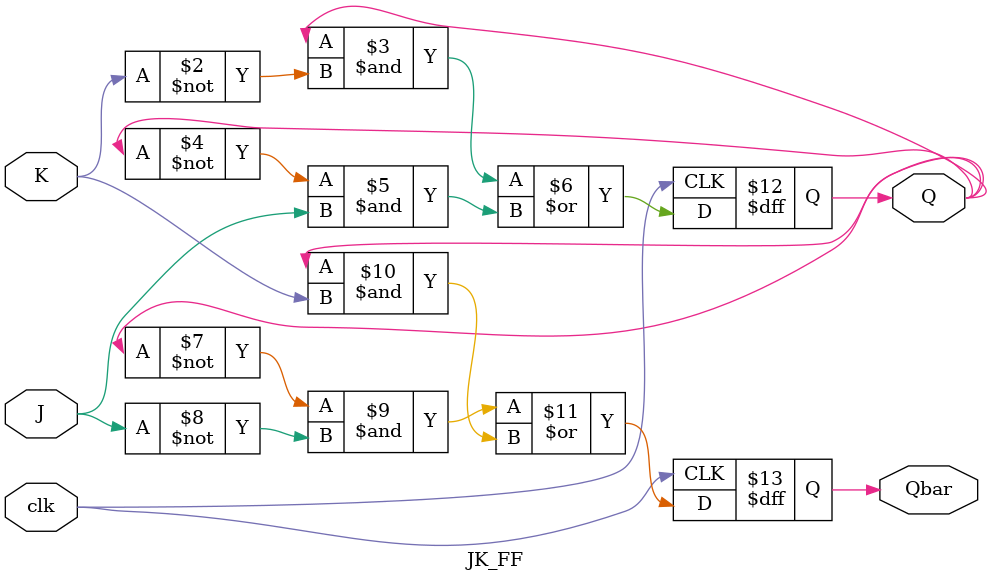
<source format=v>
`timescale 1ns / 1ps
module JK_FF(J,K,clk,Q,Qbar
    );
input J,K,clk;
output reg Q,Qbar;

always@(posedge clk)
	begin
		Q<=(Q&(~K))|((~Q)&J);
		Qbar<=((~Q)&(~J))|(Q&K);
	end

endmodule

</source>
